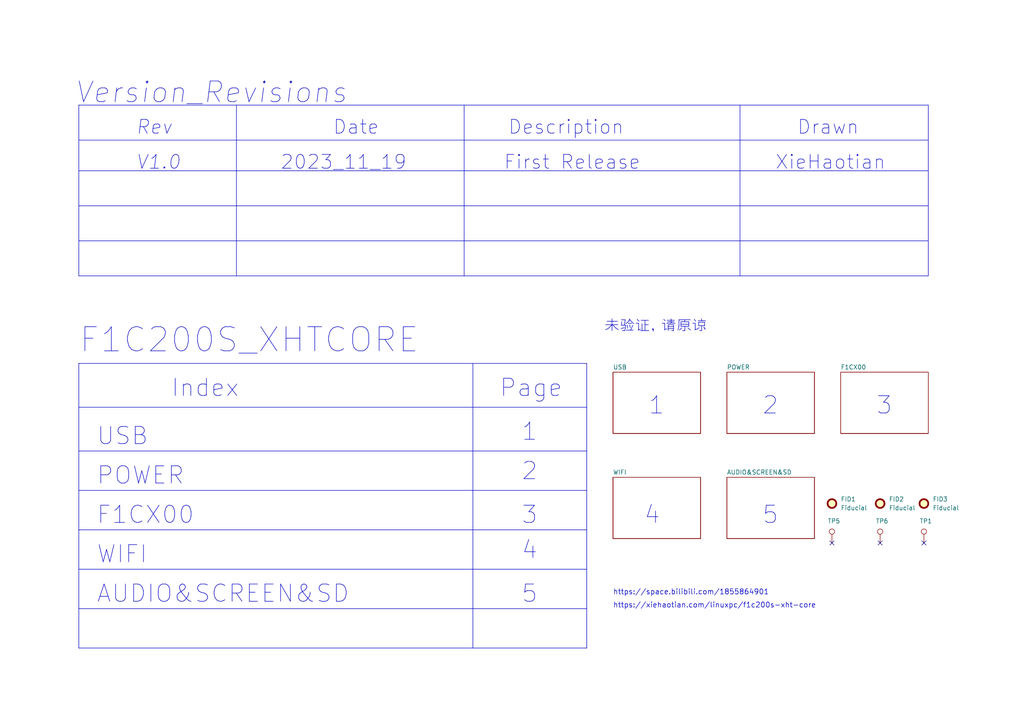
<source format=kicad_sch>
(kicad_sch (version 20211123) (generator eeschema)

  (uuid 7be2614a-fa47-4e47-abdf-b1c5416f15a0)

  (paper "A4")

  (title_block
    (title "F1C200S_XHT_CORE")
    (date "2023-11-19")
    (rev "1.0")
    (comment 4 "Author: Xie Haotian")
  )

  (lib_symbols
    (symbol "Connector:TestPoint" (pin_numbers hide) (pin_names (offset 0.762) hide) (in_bom yes) (on_board yes)
      (property "Reference" "TP" (id 0) (at 0 6.858 0)
        (effects (font (size 1.27 1.27)))
      )
      (property "Value" "TestPoint" (id 1) (at 0 5.08 0)
        (effects (font (size 1.27 1.27)))
      )
      (property "Footprint" "" (id 2) (at 5.08 0 0)
        (effects (font (size 1.27 1.27)) hide)
      )
      (property "Datasheet" "~" (id 3) (at 5.08 0 0)
        (effects (font (size 1.27 1.27)) hide)
      )
      (property "ki_keywords" "test point tp" (id 4) (at 0 0 0)
        (effects (font (size 1.27 1.27)) hide)
      )
      (property "ki_description" "test point" (id 5) (at 0 0 0)
        (effects (font (size 1.27 1.27)) hide)
      )
      (property "ki_fp_filters" "Pin* Test*" (id 6) (at 0 0 0)
        (effects (font (size 1.27 1.27)) hide)
      )
      (symbol "TestPoint_0_1"
        (circle (center 0 3.302) (radius 0.762)
          (stroke (width 0) (type default) (color 0 0 0 0))
          (fill (type none))
        )
      )
      (symbol "TestPoint_1_1"
        (pin passive line (at 0 0 90) (length 2.54)
          (name "1" (effects (font (size 1.27 1.27))))
          (number "1" (effects (font (size 1.27 1.27))))
        )
      )
    )
    (symbol "Mechanical:Fiducial" (in_bom yes) (on_board yes)
      (property "Reference" "FID" (id 0) (at 0 5.08 0)
        (effects (font (size 1.27 1.27)))
      )
      (property "Value" "Fiducial" (id 1) (at 0 3.175 0)
        (effects (font (size 1.27 1.27)))
      )
      (property "Footprint" "" (id 2) (at 0 0 0)
        (effects (font (size 1.27 1.27)) hide)
      )
      (property "Datasheet" "~" (id 3) (at 0 0 0)
        (effects (font (size 1.27 1.27)) hide)
      )
      (property "ki_keywords" "fiducial marker" (id 4) (at 0 0 0)
        (effects (font (size 1.27 1.27)) hide)
      )
      (property "ki_description" "Fiducial Marker" (id 5) (at 0 0 0)
        (effects (font (size 1.27 1.27)) hide)
      )
      (property "ki_fp_filters" "Fiducial*" (id 6) (at 0 0 0)
        (effects (font (size 1.27 1.27)) hide)
      )
      (symbol "Fiducial_0_1"
        (circle (center 0 0) (radius 1.27)
          (stroke (width 0.508) (type default) (color 0 0 0 0))
          (fill (type background))
        )
      )
    )
  )


  (no_connect (at 267.97 157.48) (uuid 3dd529e2-5b5f-4a88-bd6c-d4ea872353f2))
  (no_connect (at 241.3 157.48) (uuid 4b81668d-ede5-4b5b-a00d-6811d8adabf2))
  (no_connect (at 255.27 157.48) (uuid 560666fd-0622-467b-9708-de426218658f))

  (polyline (pts (xy 170.18 153.67) (xy 22.86 153.67))
    (stroke (width 0) (type solid) (color 0 0 0 0))
    (uuid 01f3615d-ab08-4f6c-9e6a-f533484dc395)
  )
  (polyline (pts (xy 269.24 80.01) (xy 22.86 80.01))
    (stroke (width 0) (type solid) (color 0 0 0 0))
    (uuid 20e7919c-d2b9-42a4-aff0-9f2afc042067)
  )
  (polyline (pts (xy 22.86 105.41) (xy 170.18 105.41))
    (stroke (width 0) (type solid) (color 0 0 0 0))
    (uuid 3428e2b9-65b0-47c5-9cf0-0c09712c6b91)
  )
  (polyline (pts (xy 269.24 30.48) (xy 269.24 80.01))
    (stroke (width 0) (type solid) (color 0 0 0 0))
    (uuid 3a3c937c-7835-4ab1-8ef5-032d1ef754f9)
  )
  (polyline (pts (xy 170.18 105.41) (xy 170.18 153.67))
    (stroke (width 0) (type solid) (color 0 0 0 0))
    (uuid 49ac9a69-b689-40c1-a298-a9da65dfb5b2)
  )
  (polyline (pts (xy 68.58 30.48) (xy 68.58 80.01))
    (stroke (width 0) (type solid) (color 0 0 0 0))
    (uuid 4f0c8bc2-094a-410a-92c7-8746fe4d2df0)
  )
  (polyline (pts (xy 22.86 30.48) (xy 128.27 30.48))
    (stroke (width 0) (type solid) (color 0 0 0 0))
    (uuid 5163c6c6-d984-47cd-a7a4-495e18876041)
  )
  (polyline (pts (xy 170.18 130.81) (xy 22.86 130.81))
    (stroke (width 0) (type solid) (color 0 0 0 0))
    (uuid 57828b35-a28f-45fd-8d77-c30b802f77c1)
  )
  (polyline (pts (xy 22.86 153.67) (xy 22.86 187.96))
    (stroke (width 0) (type solid) (color 0 0 0 0))
    (uuid 6977c258-4ced-4b35-9a10-290a2d779ea9)
  )
  (polyline (pts (xy 22.86 30.48) (xy 22.86 80.01))
    (stroke (width 0) (type solid) (color 0 0 0 0))
    (uuid 7323090e-0d12-491f-b1e4-d4f30ba1ef9c)
  )
  (polyline (pts (xy 22.86 176.53) (xy 170.18 176.53))
    (stroke (width 0) (type solid) (color 0 0 0 0))
    (uuid 74b9d61d-69fb-49d0-a033-37c398506510)
  )
  (polyline (pts (xy 214.63 30.48) (xy 214.63 80.01))
    (stroke (width 0) (type solid) (color 0 0 0 0))
    (uuid 772d7f78-e042-4f1f-ada8-eaa908aedb51)
  )
  (polyline (pts (xy 22.86 153.67) (xy 22.86 105.41))
    (stroke (width 0) (type solid) (color 0 0 0 0))
    (uuid 77751576-b41d-4b95-8dc1-7b1deafca673)
  )
  (polyline (pts (xy 269.24 69.85) (xy 22.86 69.85))
    (stroke (width 0) (type solid) (color 0 0 0 0))
    (uuid 8e101b99-0523-4320-b6d5-bc023958ee18)
  )
  (polyline (pts (xy 128.27 30.48) (xy 269.24 30.48))
    (stroke (width 0) (type solid) (color 0 0 0 0))
    (uuid 908c6c87-e602-4c68-a759-6426f3c5c4ae)
  )
  (polyline (pts (xy 22.86 165.1) (xy 170.18 165.1))
    (stroke (width 0) (type solid) (color 0 0 0 0))
    (uuid 9962e684-d416-4947-97a7-135843ab5158)
  )
  (polyline (pts (xy 22.86 142.24) (xy 170.18 142.24))
    (stroke (width 0) (type solid) (color 0 0 0 0))
    (uuid a7257e2f-42ba-480d-bf48-2e5a3b0a4394)
  )
  (polyline (pts (xy 170.18 187.96) (xy 22.86 187.96))
    (stroke (width 0) (type solid) (color 0 0 0 0))
    (uuid aace4052-ed5f-41a9-832b-72c19cee4c0b)
  )
  (polyline (pts (xy 134.62 30.48) (xy 134.62 80.01))
    (stroke (width 0) (type solid) (color 0 0 0 0))
    (uuid c67da366-70f3-4b77-9989-8cfe96bed6f3)
  )
  (polyline (pts (xy 22.86 118.11) (xy 170.18 118.11))
    (stroke (width 0) (type solid) (color 0 0 0 0))
    (uuid cd746dd2-856f-44e3-b989-6dfeeedb8e49)
  )
  (polyline (pts (xy 269.24 59.69) (xy 22.86 59.69))
    (stroke (width 0) (type solid) (color 0 0 0 0))
    (uuid cfd29131-824c-4b7e-8580-343e2ce6561e)
  )
  (polyline (pts (xy 170.18 153.67) (xy 170.18 187.96))
    (stroke (width 0) (type solid) (color 0 0 0 0))
    (uuid d2732632-4e03-44da-8d36-3d0d16b91878)
  )
  (polyline (pts (xy 22.86 40.64) (xy 269.24 40.64))
    (stroke (width 0) (type solid) (color 0 0 0 0))
    (uuid dda50cbd-45f7-496f-932a-fb8614145652)
  )
  (polyline (pts (xy 137.16 105.41) (xy 137.16 187.96))
    (stroke (width 0) (type solid) (color 0 0 0 0))
    (uuid e4cacad0-a056-4ed2-8f67-b3aec4c2f45f)
  )
  (polyline (pts (xy 269.24 49.53) (xy 22.86 49.53))
    (stroke (width 0) (type solid) (color 0 0 0 0))
    (uuid f580e31e-0a20-4054-91bc-7d7d2ebbf279)
  )

  (text "XieHaotian" (at 224.79 49.53 0)
    (effects (font (size 4 4)) (justify left bottom))
    (uuid 004e7ac9-7437-4608-abc2-4fcd55ac61e1)
  )
  (text "F1C200S_XHTCORE" (at 22.86 102.87 0)
    (effects (font (size 7 7)) (justify left bottom))
    (uuid 00dc1df1-0390-485e-9394-30960e2889e3)
  )
  (text "USB" (at 27.94 129.54 0)
    (effects (font (size 5 5)) (justify left bottom))
    (uuid 07e85ea9-73ca-4454-b1f1-4797e8314d28)
  )
  (text "3" (at 254 120.65 0)
    (effects (font (size 5 5)) (justify left bottom))
    (uuid 17ba6cb7-2168-4439-914c-4ab6c365bfc7)
  )
  (text "2" (at 220.98 120.65 0)
    (effects (font (size 5 5)) (justify left bottom))
    (uuid 17bb937e-baa4-47e1-a35d-f46bd9248d28)
  )
  (text "F1CX00" (at 27.94 152.4 0)
    (effects (font (size 5 5)) (justify left bottom))
    (uuid 1b0ea7d8-3bae-4ba6-8991-79df7c00deac)
  )
  (text "https://space.bilibili.com/1855864901" (at 177.8 172.72 0)
    (effects (font (size 1.5 1.5)) (justify left bottom))
    (uuid 27788579-a422-48aa-87da-f9b266115010)
  )
  (text "4" (at 151.13 162.56 0)
    (effects (font (size 5 5)) (justify left bottom))
    (uuid 3472053c-674c-47e6-9d18-211a70f7f4e9)
  )
  (text "Description" (at 147.32 39.37 0)
    (effects (font (size 4 4)) (justify left bottom))
    (uuid 3f0244c5-69c2-43f5-b8b8-b4a0c07eb340)
  )
  (text "POWER" (at 27.94 140.97 0)
    (effects (font (size 5 5)) (justify left bottom))
    (uuid 40ee7046-89ba-4dd7-8bc8-9fed21c53b39)
  )
  (text "AUDIO&SCREEN&SD" (at 27.94 175.26 0)
    (effects (font (size 5 5)) (justify left bottom))
    (uuid 447e35e2-6b00-4c47-ad06-b0ee98f1d2e9)
  )
  (text "V1.0" (at 39.37 49.53 0)
    (effects (font (size 4 4) italic) (justify left bottom))
    (uuid 45e9be59-d545-42fa-a0ad-d6b5d2d2050d)
  )
  (text "3" (at 151.13 152.4 0)
    (effects (font (size 5 5)) (justify left bottom))
    (uuid 50ad1fa4-effe-4a02-a48f-b2bc804f692b)
  )
  (text "1" (at 151.13 128.27 0)
    (effects (font (size 5 5)) (justify left bottom))
    (uuid 5499f44c-3297-4c84-a8ed-d87745baf8fa)
  )
  (text "Page" (at 144.78 115.57 0)
    (effects (font (size 5 5)) (justify left bottom))
    (uuid 60704429-58a8-480b-8c8d-0503e660a0a3)
  )
  (text "Drawn" (at 231.14 39.37 0)
    (effects (font (size 4 4)) (justify left bottom))
    (uuid 6aff1ce8-e42b-4895-ac7c-4779e839d665)
  )
  (text "2023_11_19" (at 81.28 49.53 0)
    (effects (font (size 4 4)) (justify left bottom))
    (uuid 85d228e1-ea33-4ad0-a083-467d4a817ab4)
  )
  (text "Version_Revisions" (at 21.59 30.48 0)
    (effects (font (size 6 6) italic) (justify left bottom))
    (uuid 87578ac8-6479-4213-a7a7-7ce01c338d36)
  )
  (text "5" (at 151.13 175.26 0)
    (effects (font (size 5 5)) (justify left bottom))
    (uuid 906afc3c-7856-4618-8035-8954af82829b)
  )
  (text "Rev" (at 39.37 39.37 0)
    (effects (font (size 4 4) italic) (justify left bottom))
    (uuid 9111ccfa-de0a-4de9-b1b2-462fac900512)
  )
  (text "Index" (at 49.53 115.57 0)
    (effects (font (size 5 5)) (justify left bottom))
    (uuid 9675a33c-325b-4390-956e-a62ae115e7e1)
  )
  (text "5" (at 220.98 152.4 0)
    (effects (font (size 5 5)) (justify left bottom))
    (uuid a1c6917e-ea10-4d6f-a555-a0373ca849fb)
  )
  (text "WIFI" (at 27.94 163.83 0)
    (effects (font (size 5 5)) (justify left bottom))
    (uuid a58bd126-c221-4926-88ef-c56bd18d18c4)
  )
  (text "https://xiehaotian.com/linuxpc/f1c200s-xht-core" (at 177.8 176.53 0)
    (effects (font (size 1.5 1.5)) (justify left bottom))
    (uuid c518c4ce-8b0b-4245-9277-3ff6ef6e6cab)
  )
  (text "First Release" (at 146.05 49.53 0)
    (effects (font (size 4 4)) (justify left bottom))
    (uuid c7198e14-94f3-41c2-8b21-73390833ed17)
  )
  (text "未验证，请原谅" (at 175.26 96.52 0)
    (effects (font (size 3 3)) (justify left bottom))
    (uuid c7bbf6bf-97c5-4091-9fe9-e2917ab5518b)
  )
  (text "4" (at 186.69 152.4 0)
    (effects (font (size 5 5)) (justify left bottom))
    (uuid d1c067bb-ba3c-4465-b283-872b38bc0308)
  )
  (text "2" (at 151.13 139.7 0)
    (effects (font (size 5 5)) (justify left bottom))
    (uuid d749f8a5-aec0-4e9c-9be4-34af6624fe15)
  )
  (text "Date" (at 96.52 39.37 0)
    (effects (font (size 4 4)) (justify left bottom))
    (uuid ea021a68-3cd3-408c-8f99-3eda6bf07795)
  )
  (text "1" (at 187.96 120.65 0)
    (effects (font (size 5 5)) (justify left bottom))
    (uuid f680f2ac-366c-4f79-afc3-af53c8f79fab)
  )

  (symbol (lib_id "Connector:TestPoint") (at 267.97 157.48 0) (unit 1)
    (in_bom yes) (on_board yes)
    (uuid 0362298e-093b-4fe1-ae00-b8ab06e29126)
    (property "Reference" "TP1" (id 0) (at 266.7 151.13 0)
      (effects (font (size 1.27 1.27)) (justify left))
    )
    (property "Value" "TestPoint" (id 1) (at 270.51 155.4479 0)
      (effects (font (size 1.27 1.27)) (justify left) hide)
    )
    (property "Footprint" "TestPoint:TestPoint_Pad_D3.0mm" (id 2) (at 273.05 157.48 0)
      (effects (font (size 1.27 1.27)) hide)
    )
    (property "Datasheet" "~" (id 3) (at 273.05 157.48 0)
      (effects (font (size 1.27 1.27)) hide)
    )
    (pin "1" (uuid 1e6ab560-c69f-423b-b7c1-7a83cc12cab7))
  )

  (symbol (lib_id "Connector:TestPoint") (at 255.27 157.48 0) (unit 1)
    (in_bom yes) (on_board yes)
    (uuid 060c61b4-7254-455f-b20a-3b52fe2e3ea7)
    (property "Reference" "TP6" (id 0) (at 254 151.13 0)
      (effects (font (size 1.27 1.27)) (justify left))
    )
    (property "Value" "TestPoint" (id 1) (at 257.81 155.4479 0)
      (effects (font (size 1.27 1.27)) (justify left) hide)
    )
    (property "Footprint" "TestPoint:TestPoint_Pad_D3.0mm" (id 2) (at 260.35 157.48 0)
      (effects (font (size 1.27 1.27)) hide)
    )
    (property "Datasheet" "~" (id 3) (at 260.35 157.48 0)
      (effects (font (size 1.27 1.27)) hide)
    )
    (pin "1" (uuid d79769b7-96e8-43b9-b55b-c01585ffbbe7))
  )

  (symbol (lib_id "Connector:TestPoint") (at 241.3 157.48 0) (unit 1)
    (in_bom yes) (on_board yes)
    (uuid 07fb01bb-31fa-4107-a922-4b7f3baee478)
    (property "Reference" "TP5" (id 0) (at 240.03 151.13 0)
      (effects (font (size 1.27 1.27)) (justify left))
    )
    (property "Value" "TestPoint" (id 1) (at 243.84 155.4479 0)
      (effects (font (size 1.27 1.27)) (justify left) hide)
    )
    (property "Footprint" "TestPoint:TestPoint_Pad_D3.0mm" (id 2) (at 246.38 157.48 0)
      (effects (font (size 1.27 1.27)) hide)
    )
    (property "Datasheet" "~" (id 3) (at 246.38 157.48 0)
      (effects (font (size 1.27 1.27)) hide)
    )
    (pin "1" (uuid 1696deab-eea1-4489-b37e-0447cfe99884))
  )

  (symbol (lib_id "Mechanical:Fiducial") (at 255.27 146.05 0) (unit 1)
    (in_bom yes) (on_board yes)
    (uuid 5cc19458-3778-4267-acbc-f881f2217007)
    (property "Reference" "FID2" (id 0) (at 257.81 144.7799 0)
      (effects (font (size 1.27 1.27)) (justify left))
    )
    (property "Value" "Fiducial" (id 1) (at 257.81 147.3199 0)
      (effects (font (size 1.27 1.27)) (justify left))
    )
    (property "Footprint" "Fiducial:Fiducial_1mm_Mask2mm" (id 2) (at 255.27 146.05 0)
      (effects (font (size 1.27 1.27)) hide)
    )
    (property "Datasheet" "~" (id 3) (at 255.27 146.05 0)
      (effects (font (size 1.27 1.27)) hide)
    )
  )

  (symbol (lib_id "Mechanical:Fiducial") (at 241.3 146.05 0) (unit 1)
    (in_bom yes) (on_board yes)
    (uuid b7062ffa-eb12-47bb-8cbc-d706cb5cc6b5)
    (property "Reference" "FID1" (id 0) (at 243.84 144.7799 0)
      (effects (font (size 1.27 1.27)) (justify left))
    )
    (property "Value" "Fiducial" (id 1) (at 243.84 147.3199 0)
      (effects (font (size 1.27 1.27)) (justify left))
    )
    (property "Footprint" "Fiducial:Fiducial_1mm_Mask2mm" (id 2) (at 241.3 146.05 0)
      (effects (font (size 1.27 1.27)) hide)
    )
    (property "Datasheet" "~" (id 3) (at 241.3 146.05 0)
      (effects (font (size 1.27 1.27)) hide)
    )
  )

  (symbol (lib_id "Mechanical:Fiducial") (at 267.97 146.05 0) (unit 1)
    (in_bom yes) (on_board yes)
    (uuid becbf32c-0ea0-43b5-bd07-783fcfce36cd)
    (property "Reference" "FID3" (id 0) (at 270.51 144.7799 0)
      (effects (font (size 1.27 1.27)) (justify left))
    )
    (property "Value" "Fiducial" (id 1) (at 270.51 147.3199 0)
      (effects (font (size 1.27 1.27)) (justify left))
    )
    (property "Footprint" "Fiducial:Fiducial_1mm_Mask2mm" (id 2) (at 267.97 146.05 0)
      (effects (font (size 1.27 1.27)) hide)
    )
    (property "Datasheet" "~" (id 3) (at 267.97 146.05 0)
      (effects (font (size 1.27 1.27)) hide)
    )
  )

  (sheet (at 177.8 107.95) (size 25.4 17.78) (fields_autoplaced)
    (stroke (width 0.1524) (type solid) (color 0 0 0 0))
    (fill (color 0 0 0 0.0000))
    (uuid 33350efc-8721-49df-83b4-c77d6800328a)
    (property "Sheet name" "USB" (id 0) (at 177.8 107.2384 0)
      (effects (font (size 1.27 1.27)) (justify left bottom))
    )
    (property "Sheet file" "USB.kicad_sch" (id 1) (at 177.8 126.3146 0)
      (effects (font (size 1.27 1.27)) (justify left top) hide)
    )
  )

  (sheet (at 210.82 107.95) (size 25.4 17.78) (fields_autoplaced)
    (stroke (width 0.1524) (type solid) (color 0 0 0 0))
    (fill (color 0 0 0 0.0000))
    (uuid 4274fe38-a1a1-416d-bc5f-e53f2e6b91a6)
    (property "Sheet name" "POWER" (id 0) (at 210.82 107.2384 0)
      (effects (font (size 1.27 1.27)) (justify left bottom))
    )
    (property "Sheet file" "POWER.kicad_sch" (id 1) (at 210.82 126.3146 0)
      (effects (font (size 1.27 1.27)) (justify left top) hide)
    )
  )

  (sheet (at 210.82 138.43) (size 25.4 17.78) (fields_autoplaced)
    (stroke (width 0.1524) (type solid) (color 0 0 0 0))
    (fill (color 0 0 0 0.0000))
    (uuid ad4ca162-1cc4-4f9f-88c9-6f6e2897fc3b)
    (property "Sheet name" "AUDIO&SCREEN&SD" (id 0) (at 210.82 137.7184 0)
      (effects (font (size 1.27 1.27)) (justify left bottom))
    )
    (property "Sheet file" "AUDIO&SCREEN&SD.kicad_sch" (id 1) (at 210.82 156.7946 0)
      (effects (font (size 1.27 1.27)) (justify left top) hide)
    )
  )

  (sheet (at 177.8 138.43) (size 25.4 17.78) (fields_autoplaced)
    (stroke (width 0.1524) (type solid) (color 0 0 0 0))
    (fill (color 0 0 0 0.0000))
    (uuid df1418c1-1309-4660-a57d-2d8d3b37ae61)
    (property "Sheet name" "WIFI" (id 0) (at 177.8 137.7184 0)
      (effects (font (size 1.27 1.27)) (justify left bottom))
    )
    (property "Sheet file" "WIFI.kicad_sch" (id 1) (at 177.8 156.7946 0)
      (effects (font (size 1.27 1.27)) (justify left top) hide)
    )
  )

  (sheet (at 243.84 107.95) (size 25.4 17.78) (fields_autoplaced)
    (stroke (width 0.1524) (type solid) (color 0 0 0 0))
    (fill (color 0 0 0 0.0000))
    (uuid f7d54715-735a-45a6-ada5-1c509f0eccc3)
    (property "Sheet name" "F1CX00" (id 0) (at 243.84 107.2384 0)
      (effects (font (size 1.27 1.27)) (justify left bottom))
    )
    (property "Sheet file" "F1CX00.kicad_sch" (id 1) (at 243.84 126.3146 0)
      (effects (font (size 1.27 1.27)) (justify left top) hide)
    )
  )

  (sheet_instances
    (path "/" (page "1"))
    (path "/f7d54715-735a-45a6-ada5-1c509f0eccc3" (page "2"))
    (path "/33350efc-8721-49df-83b4-c77d6800328a" (page "3"))
    (path "/4274fe38-a1a1-416d-bc5f-e53f2e6b91a6" (page "4"))
    (path "/df1418c1-1309-4660-a57d-2d8d3b37ae61" (page "5"))
    (path "/ad4ca162-1cc4-4f9f-88c9-6f6e2897fc3b" (page "6"))
  )

  (symbol_instances
    (path "/df1418c1-1309-4660-a57d-2d8d3b37ae61/245a4a44-a002-413b-a759-0ca8552017a7"
      (reference "#PWR0101") (unit 1) (value "+3V3") (footprint "")
    )
    (path "/df1418c1-1309-4660-a57d-2d8d3b37ae61/9986c4a0-1e59-42e9-bf37-28e5855162b1"
      (reference "#PWR0102") (unit 1) (value "GND") (footprint "")
    )
    (path "/df1418c1-1309-4660-a57d-2d8d3b37ae61/ea2fe444-6e5c-4c30-8b0c-8474a058522f"
      (reference "#PWR0103") (unit 1) (value "+3V3") (footprint "")
    )
    (path "/df1418c1-1309-4660-a57d-2d8d3b37ae61/35662440-5215-466b-8bcd-7950f8659c6d"
      (reference "#PWR0104") (unit 1) (value "+3V3") (footprint "")
    )
    (path "/df1418c1-1309-4660-a57d-2d8d3b37ae61/c1fd4496-f94e-4982-b40c-a0331a41d9e1"
      (reference "#PWR0105") (unit 1) (value "GND") (footprint "")
    )
    (path "/df1418c1-1309-4660-a57d-2d8d3b37ae61/655e7220-3752-49d2-9117-40a80e462cf4"
      (reference "#PWR0106") (unit 1) (value "GND") (footprint "")
    )
    (path "/df1418c1-1309-4660-a57d-2d8d3b37ae61/53fe1ddc-394d-4a8a-92a4-2bc95ceaca37"
      (reference "#PWR0107") (unit 1) (value "GND") (footprint "")
    )
    (path "/df1418c1-1309-4660-a57d-2d8d3b37ae61/00138303-7b89-4747-a3a9-51792e807b1f"
      (reference "#PWR0108") (unit 1) (value "+3V3") (footprint "")
    )
    (path "/df1418c1-1309-4660-a57d-2d8d3b37ae61/1bc821e8-5f5a-4ff3-8b91-34e87469f1a8"
      (reference "#PWR0109") (unit 1) (value "GND") (footprint "")
    )
    (path "/df1418c1-1309-4660-a57d-2d8d3b37ae61/d51d92c1-40d0-4ac3-ae5f-e90e12ebfe50"
      (reference "#PWR0110") (unit 1) (value "+3V3") (footprint "")
    )
    (path "/df1418c1-1309-4660-a57d-2d8d3b37ae61/7d18ab79-22ca-4f66-9e71-fcb62fd7ed3c"
      (reference "#PWR0111") (unit 1) (value "+3V3") (footprint "")
    )
    (path "/df1418c1-1309-4660-a57d-2d8d3b37ae61/1d24c486-4cc7-4661-b0db-0a76e166499d"
      (reference "#PWR0112") (unit 1) (value "GND") (footprint "")
    )
    (path "/df1418c1-1309-4660-a57d-2d8d3b37ae61/424788b5-8772-4d3c-82aa-dd0359b10c1e"
      (reference "#PWR0113") (unit 1) (value "GND") (footprint "")
    )
    (path "/df1418c1-1309-4660-a57d-2d8d3b37ae61/c925886b-ec7b-44f1-93aa-171dd19e4610"
      (reference "#PWR0114") (unit 1) (value "GND") (footprint "")
    )
    (path "/df1418c1-1309-4660-a57d-2d8d3b37ae61/c3d72f48-bf2f-4e49-8fa8-ed685552e8d2"
      (reference "#PWR0115") (unit 1) (value "+3V3") (footprint "")
    )
    (path "/df1418c1-1309-4660-a57d-2d8d3b37ae61/3010c06d-e3f2-4c2f-8894-e85e547cb55d"
      (reference "#PWR0116") (unit 1) (value "GND") (footprint "")
    )
    (path "/df1418c1-1309-4660-a57d-2d8d3b37ae61/47151b87-bca6-470f-a661-c072cbb34ae1"
      (reference "#PWR0117") (unit 1) (value "GND") (footprint "")
    )
    (path "/df1418c1-1309-4660-a57d-2d8d3b37ae61/ab6f0270-b539-4fc9-ad37-a54df3868331"
      (reference "#PWR0118") (unit 1) (value "+3V3") (footprint "")
    )
    (path "/df1418c1-1309-4660-a57d-2d8d3b37ae61/4abf6ebb-a9b3-4d9b-ab0c-669d287c95ef"
      (reference "#PWR0119") (unit 1) (value "+3V3") (footprint "")
    )
    (path "/df1418c1-1309-4660-a57d-2d8d3b37ae61/caabeb60-86ad-4fa3-b484-d69924f8ac20"
      (reference "#PWR0120") (unit 1) (value "+3V3") (footprint "")
    )
    (path "/df1418c1-1309-4660-a57d-2d8d3b37ae61/4b4a15fe-bdb7-457e-bf33-398cdfe13648"
      (reference "#PWR0121") (unit 1) (value "GND") (footprint "")
    )
    (path "/df1418c1-1309-4660-a57d-2d8d3b37ae61/9ee083cc-1050-4919-9efd-f9ca5e09166d"
      (reference "#PWR0122") (unit 1) (value "GND") (footprint "")
    )
    (path "/df1418c1-1309-4660-a57d-2d8d3b37ae61/53458e0b-d1fb-4ada-a38a-cecb39108b89"
      (reference "#PWR0123") (unit 1) (value "GND") (footprint "")
    )
    (path "/df1418c1-1309-4660-a57d-2d8d3b37ae61/b33b7e5c-44c9-4738-a291-47f2c474c9be"
      (reference "#PWR0124") (unit 1) (value "GND") (footprint "")
    )
    (path "/ad4ca162-1cc4-4f9f-88c9-6f6e2897fc3b/c433b594-1be6-41c7-87a5-a75afcf42786"
      (reference "#PWR0125") (unit 1) (value "GND") (footprint "")
    )
    (path "/ad4ca162-1cc4-4f9f-88c9-6f6e2897fc3b/ecb96dc3-2e07-4cd4-90e5-ee44213c56cb"
      (reference "#PWR0126") (unit 1) (value "GND") (footprint "")
    )
    (path "/ad4ca162-1cc4-4f9f-88c9-6f6e2897fc3b/42caf1e9-cd4a-4aaf-8f34-8c9b564c9771"
      (reference "#PWR0127") (unit 1) (value "+3V3") (footprint "")
    )
    (path "/f7d54715-735a-45a6-ada5-1c509f0eccc3/00b186fd-6da3-4e94-bd4c-b3b121e77537"
      (reference "#PWR0128") (unit 1) (value "+3V3") (footprint "")
    )
    (path "/4274fe38-a1a1-416d-bc5f-e53f2e6b91a6/51b9ef30-37e5-4e73-b2ff-0248c830c4ba"
      (reference "#PWR0129") (unit 1) (value "+2V5") (footprint "")
    )
    (path "/f7d54715-735a-45a6-ada5-1c509f0eccc3/5eb88a04-6f06-44d0-bf6a-1e9d66b7c384"
      (reference "#PWR0130") (unit 1) (value "GND") (footprint "")
    )
    (path "/f7d54715-735a-45a6-ada5-1c509f0eccc3/a09e7bab-baaf-4e67-a793-d52a92c6c20c"
      (reference "#PWR0131") (unit 1) (value "+1V1") (footprint "")
    )
    (path "/f7d54715-735a-45a6-ada5-1c509f0eccc3/da1d5b1e-b966-4595-88ff-5afa85dfca05"
      (reference "#PWR0132") (unit 1) (value "+3V3") (footprint "")
    )
    (path "/f7d54715-735a-45a6-ada5-1c509f0eccc3/683b95c2-d375-4069-a177-2ff6e85a3465"
      (reference "#PWR0133") (unit 1) (value "+3V3") (footprint "")
    )
    (path "/f7d54715-735a-45a6-ada5-1c509f0eccc3/6490e781-f3b8-4154-83ed-6c9266676703"
      (reference "#PWR0134") (unit 1) (value "GND") (footprint "")
    )
    (path "/f7d54715-735a-45a6-ada5-1c509f0eccc3/997cf412-e737-4e8d-9ca9-621b79b75f4d"
      (reference "#PWR0135") (unit 1) (value "+3V3") (footprint "")
    )
    (path "/f7d54715-735a-45a6-ada5-1c509f0eccc3/93863215-2623-4e4d-8038-f47f2820add2"
      (reference "#PWR0136") (unit 1) (value "+2V8") (footprint "")
    )
    (path "/f7d54715-735a-45a6-ada5-1c509f0eccc3/515cbbde-6c4b-41a6-a070-4d628165e12a"
      (reference "#PWR0137") (unit 1) (value "GND") (footprint "")
    )
    (path "/f7d54715-735a-45a6-ada5-1c509f0eccc3/07c12cca-c1c7-40e5-a4ef-fd445de65b3d"
      (reference "#PWR0138") (unit 1) (value "GND") (footprint "")
    )
    (path "/4274fe38-a1a1-416d-bc5f-e53f2e6b91a6/48365dc2-11c3-4e72-a738-90de4ea2262c"
      (reference "#PWR0139") (unit 1) (value "+2V8") (footprint "")
    )
    (path "/ad4ca162-1cc4-4f9f-88c9-6f6e2897fc3b/2c161af5-2809-40a7-898d-02371918ec80"
      (reference "#PWR0140") (unit 1) (value "GND") (footprint "")
    )
    (path "/ad4ca162-1cc4-4f9f-88c9-6f6e2897fc3b/9a928aa9-aa3d-4e58-b8ac-af274a48929c"
      (reference "#PWR0141") (unit 1) (value "GND") (footprint "")
    )
    (path "/ad4ca162-1cc4-4f9f-88c9-6f6e2897fc3b/534b9b19-a8a1-4d0e-8c2a-39657d6eeb98"
      (reference "#PWR0142") (unit 1) (value "GND") (footprint "")
    )
    (path "/ad4ca162-1cc4-4f9f-88c9-6f6e2897fc3b/4af4afc8-d62f-4c91-a5ba-14a8e72c4ba7"
      (reference "#PWR0143") (unit 1) (value "GND") (footprint "")
    )
    (path "/f7d54715-735a-45a6-ada5-1c509f0eccc3/9a2626c9-3ae1-475b-a93a-571199a7e50b"
      (reference "#PWR0144") (unit 1) (value "GND") (footprint "")
    )
    (path "/f7d54715-735a-45a6-ada5-1c509f0eccc3/c4c4ccb4-d3b3-4992-953a-58d035c534b2"
      (reference "#PWR0145") (unit 1) (value "+1V1") (footprint "")
    )
    (path "/f7d54715-735a-45a6-ada5-1c509f0eccc3/adc523c0-7b15-45ef-bba0-15233ea3e4be"
      (reference "#PWR0146") (unit 1) (value "GND") (footprint "")
    )
    (path "/f7d54715-735a-45a6-ada5-1c509f0eccc3/2cb568f9-cc1e-4483-96b8-76630602321c"
      (reference "#PWR0147") (unit 1) (value "+2V5") (footprint "")
    )
    (path "/f7d54715-735a-45a6-ada5-1c509f0eccc3/d3725592-e286-49f3-b7ce-4d05b688a19c"
      (reference "#PWR0148") (unit 1) (value "+3V3") (footprint "")
    )
    (path "/f7d54715-735a-45a6-ada5-1c509f0eccc3/bb73453c-7a6f-49f8-a61d-6de4c9863c17"
      (reference "#PWR0149") (unit 1) (value "+3V3") (footprint "")
    )
    (path "/f7d54715-735a-45a6-ada5-1c509f0eccc3/e61c6085-e27b-4a62-ad2a-7ba01cd36ab7"
      (reference "#PWR0150") (unit 1) (value "GND") (footprint "")
    )
    (path "/f7d54715-735a-45a6-ada5-1c509f0eccc3/790ad1b5-7e8a-410e-9f4f-cb55f8ff2b5e"
      (reference "#PWR0151") (unit 1) (value "GND") (footprint "")
    )
    (path "/33350efc-8721-49df-83b4-c77d6800328a/26790ff1-8424-4b32-8ea4-35c674a85bac"
      (reference "#PWR0152") (unit 1) (value "VBUS") (footprint "")
    )
    (path "/33350efc-8721-49df-83b4-c77d6800328a/dac9a220-e5ea-44c1-b6b5-87572f4f537f"
      (reference "#PWR0153") (unit 1) (value "VBUS") (footprint "")
    )
    (path "/4274fe38-a1a1-416d-bc5f-e53f2e6b91a6/6d3cff7f-b6d1-4a1f-89bd-88b46d0b5e0c"
      (reference "#PWR0154") (unit 1) (value "GND") (footprint "")
    )
    (path "/4274fe38-a1a1-416d-bc5f-e53f2e6b91a6/ebff912b-c2b8-4934-a014-682f47017270"
      (reference "#PWR0155") (unit 1) (value "GND") (footprint "")
    )
    (path "/4274fe38-a1a1-416d-bc5f-e53f2e6b91a6/caae82d1-3fca-4c6c-8b79-da3ffb4455f3"
      (reference "#PWR0156") (unit 1) (value "GND") (footprint "")
    )
    (path "/4274fe38-a1a1-416d-bc5f-e53f2e6b91a6/a50ef3e4-3785-40b3-a0f7-7feca0d5e88b"
      (reference "#PWR0157") (unit 1) (value "GND") (footprint "")
    )
    (path "/4274fe38-a1a1-416d-bc5f-e53f2e6b91a6/eca02818-9b93-4c76-af4f-a6a4cb6a54d6"
      (reference "#PWR0158") (unit 1) (value "GND") (footprint "")
    )
    (path "/4274fe38-a1a1-416d-bc5f-e53f2e6b91a6/2b2a1ebc-947f-4d93-94e9-ebb488bc26fc"
      (reference "#PWR0159") (unit 1) (value "GND") (footprint "")
    )
    (path "/33350efc-8721-49df-83b4-c77d6800328a/1d951b07-0406-41b6-bd3d-084cb11f178a"
      (reference "#PWR0160") (unit 1) (value "GND") (footprint "")
    )
    (path "/33350efc-8721-49df-83b4-c77d6800328a/bba46443-0e73-40cc-a56d-2e06fecfd9b9"
      (reference "#PWR0161") (unit 1) (value "GND") (footprint "")
    )
    (path "/4274fe38-a1a1-416d-bc5f-e53f2e6b91a6/214fd5b4-8993-42f0-bfaf-a42047115e5d"
      (reference "#PWR0162") (unit 1) (value "GND") (footprint "")
    )
    (path "/4274fe38-a1a1-416d-bc5f-e53f2e6b91a6/ad36af85-580b-4228-8853-e567c7b8a08d"
      (reference "#PWR0163") (unit 1) (value "GND") (footprint "")
    )
    (path "/33350efc-8721-49df-83b4-c77d6800328a/109f94b2-6e29-4081-bfc4-7da65cb19490"
      (reference "#PWR0164") (unit 1) (value "GND") (footprint "")
    )
    (path "/33350efc-8721-49df-83b4-c77d6800328a/b6f5b024-f452-47ae-b843-2889c30ed1cb"
      (reference "#PWR0165") (unit 1) (value "VBUS") (footprint "")
    )
    (path "/4274fe38-a1a1-416d-bc5f-e53f2e6b91a6/7b22a81d-5ad2-400c-bf16-17383cac9a89"
      (reference "#PWR0166") (unit 1) (value "GND") (footprint "")
    )
    (path "/4274fe38-a1a1-416d-bc5f-e53f2e6b91a6/86e852eb-0e09-4f03-b540-ab6ed39e3446"
      (reference "#PWR0167") (unit 1) (value "GND") (footprint "")
    )
    (path "/4274fe38-a1a1-416d-bc5f-e53f2e6b91a6/ec6dc012-02af-42f7-b4c8-f2cdcc0f484e"
      (reference "#PWR0168") (unit 1) (value "GND") (footprint "")
    )
    (path "/4274fe38-a1a1-416d-bc5f-e53f2e6b91a6/8d9a7b44-ae94-4592-93de-499c0ab9f73f"
      (reference "#PWR0169") (unit 1) (value "GND") (footprint "")
    )
    (path "/4274fe38-a1a1-416d-bc5f-e53f2e6b91a6/da037391-3fb7-4b1e-a306-77c2f3752e33"
      (reference "#PWR0170") (unit 1) (value "VBUS") (footprint "")
    )
    (path "/4274fe38-a1a1-416d-bc5f-e53f2e6b91a6/ca228ddc-11f1-4876-917f-62eb8b65df45"
      (reference "#PWR0171") (unit 1) (value "+1V1") (footprint "")
    )
    (path "/4274fe38-a1a1-416d-bc5f-e53f2e6b91a6/b73314bb-3dbd-41d1-8592-bc6ec184d046"
      (reference "#PWR0172") (unit 1) (value "+2V5") (footprint "")
    )
    (path "/4274fe38-a1a1-416d-bc5f-e53f2e6b91a6/fa056768-4d0f-4fc6-ab2d-fbad486ab72d"
      (reference "#PWR0173") (unit 1) (value "GND") (footprint "")
    )
    (path "/4274fe38-a1a1-416d-bc5f-e53f2e6b91a6/a5094260-acf4-4883-9c88-162da4661866"
      (reference "#PWR0174") (unit 1) (value "GND") (footprint "")
    )
    (path "/33350efc-8721-49df-83b4-c77d6800328a/576bc707-af0b-4b57-9321-0db6b1e74a19"
      (reference "#PWR0175") (unit 1) (value "GND") (footprint "")
    )
    (path "/33350efc-8721-49df-83b4-c77d6800328a/372d5e15-4c63-404c-90a4-bbb5ca829972"
      (reference "#PWR0176") (unit 1) (value "GND") (footprint "")
    )
    (path "/33350efc-8721-49df-83b4-c77d6800328a/9a75c563-8bed-4661-9e33-36a27c6dcb2e"
      (reference "#PWR0177") (unit 1) (value "GND") (footprint "")
    )
    (path "/33350efc-8721-49df-83b4-c77d6800328a/ca0db6ea-32ab-49f5-ba1a-a41a8992fb06"
      (reference "#PWR0178") (unit 1) (value "GND") (footprint "")
    )
    (path "/33350efc-8721-49df-83b4-c77d6800328a/f1d58cf7-b736-4afc-b93e-c8ec483d564a"
      (reference "#PWR0179") (unit 1) (value "GND") (footprint "")
    )
    (path "/33350efc-8721-49df-83b4-c77d6800328a/ba672d69-e74e-4e07-81b2-5d37b038c8c5"
      (reference "#PWR0180") (unit 1) (value "GND") (footprint "")
    )
    (path "/33350efc-8721-49df-83b4-c77d6800328a/880597f0-efda-47bb-99f2-7d74bb8bc7c0"
      (reference "#PWR0181") (unit 1) (value "GND") (footprint "")
    )
    (path "/33350efc-8721-49df-83b4-c77d6800328a/f46cd524-765e-4554-880f-87bf867cfa93"
      (reference "#PWR0182") (unit 1) (value "GND") (footprint "")
    )
    (path "/33350efc-8721-49df-83b4-c77d6800328a/14b3517b-039c-4051-888f-c4fe89a6d986"
      (reference "#PWR0183") (unit 1) (value "GND") (footprint "")
    )
    (path "/33350efc-8721-49df-83b4-c77d6800328a/04d9f0c4-027d-4668-9193-51fc88d785d7"
      (reference "#PWR0184") (unit 1) (value "VBUS") (footprint "")
    )
    (path "/33350efc-8721-49df-83b4-c77d6800328a/10b07979-9398-4050-8d73-9d5a968a05c4"
      (reference "#PWR0185") (unit 1) (value "GND") (footprint "")
    )
    (path "/33350efc-8721-49df-83b4-c77d6800328a/7d937beb-c5ee-4688-8310-fcf84b8b90ca"
      (reference "#PWR0186") (unit 1) (value "VBUS") (footprint "")
    )
    (path "/ad4ca162-1cc4-4f9f-88c9-6f6e2897fc3b/6deefe29-f1f6-4989-9c3c-21b2b537ac1e"
      (reference "#PWR0187") (unit 1) (value "GND") (footprint "")
    )
    (path "/ad4ca162-1cc4-4f9f-88c9-6f6e2897fc3b/48ca93c7-a636-4786-8249-a2046de4c091"
      (reference "#PWR0188") (unit 1) (value "GND") (footprint "")
    )
    (path "/4274fe38-a1a1-416d-bc5f-e53f2e6b91a6/232ff9d6-b861-4ce2-b442-88a49b46f6b6"
      (reference "#PWR0189") (unit 1) (value "+2V8") (footprint "")
    )
    (path "/ad4ca162-1cc4-4f9f-88c9-6f6e2897fc3b/0bd1e63a-47b4-43c7-9d78-9d3afdd37a46"
      (reference "#PWR0190") (unit 1) (value "GND") (footprint "")
    )
    (path "/ad4ca162-1cc4-4f9f-88c9-6f6e2897fc3b/fb64b9b2-a1c5-498c-9bc2-360c9323290f"
      (reference "#PWR0191") (unit 1) (value "+3V3") (footprint "")
    )
    (path "/ad4ca162-1cc4-4f9f-88c9-6f6e2897fc3b/ec066f38-8adb-4de1-a72c-2ee89e499aca"
      (reference "#PWR0192") (unit 1) (value "GND") (footprint "")
    )
    (path "/ad4ca162-1cc4-4f9f-88c9-6f6e2897fc3b/d1c92566-6701-4156-bfca-7b645ee799a7"
      (reference "#PWR0193") (unit 1) (value "GND") (footprint "")
    )
    (path "/ad4ca162-1cc4-4f9f-88c9-6f6e2897fc3b/c1ae95b2-13e1-4639-af2d-b79bd7d6581f"
      (reference "#PWR0194") (unit 1) (value "GND") (footprint "")
    )
    (path "/ad4ca162-1cc4-4f9f-88c9-6f6e2897fc3b/71734736-5c65-4988-8c36-db373f758254"
      (reference "#PWR0195") (unit 1) (value "GND") (footprint "")
    )
    (path "/ad4ca162-1cc4-4f9f-88c9-6f6e2897fc3b/f07fe16e-8625-450f-84cd-6b0cd6cb0ddd"
      (reference "#PWR0196") (unit 1) (value "+3V3") (footprint "")
    )
    (path "/f7d54715-735a-45a6-ada5-1c509f0eccc3/6ad59fba-f701-47fe-84d7-91f460bedfc6"
      (reference "#PWR0197") (unit 1) (value "+3V3") (footprint "")
    )
    (path "/f7d54715-735a-45a6-ada5-1c509f0eccc3/84df267f-22a1-40c8-9cbe-47af92671b84"
      (reference "#PWR0198") (unit 1) (value "GND") (footprint "")
    )
    (path "/33350efc-8721-49df-83b4-c77d6800328a/8b4b8172-396d-4fcb-965b-8df60c9ecf60"
      (reference "#PWR0199") (unit 1) (value "GND") (footprint "")
    )
    (path "/ad4ca162-1cc4-4f9f-88c9-6f6e2897fc3b/a1581451-d581-4784-8333-0ec1498fd0b7"
      (reference "#PWR0200") (unit 1) (value "GND") (footprint "")
    )
    (path "/4274fe38-a1a1-416d-bc5f-e53f2e6b91a6/80595658-cd60-433b-966a-8b06ffbd17db"
      (reference "#PWR0201") (unit 1) (value "+3V3") (footprint "")
    )
    (path "/33350efc-8721-49df-83b4-c77d6800328a/f144bc29-131f-4284-86a5-f3201fa3056f"
      (reference "#PWR0202") (unit 1) (value "GND") (footprint "")
    )
    (path "/f7d54715-735a-45a6-ada5-1c509f0eccc3/f3276fd4-8010-4af5-ac04-e74d20091924"
      (reference "#PWR0203") (unit 1) (value "GND") (footprint "")
    )
    (path "/f7d54715-735a-45a6-ada5-1c509f0eccc3/1b887431-1396-47e5-9591-a2494c3019b4"
      (reference "#PWR0204") (unit 1) (value "+1V1") (footprint "")
    )
    (path "/f7d54715-735a-45a6-ada5-1c509f0eccc3/4302d8ba-e4a1-4da4-9938-0226c4e46b93"
      (reference "#PWR0205") (unit 1) (value "GND") (footprint "")
    )
    (path "/f7d54715-735a-45a6-ada5-1c509f0eccc3/41c95105-8d95-4bdc-b4de-fbf87a83f54f"
      (reference "#PWR0206") (unit 1) (value "GND") (footprint "")
    )
    (path "/f7d54715-735a-45a6-ada5-1c509f0eccc3/d7da33eb-684f-49b3-b1ba-ea5bc98d214a"
      (reference "#PWR0207") (unit 1) (value "GND") (footprint "")
    )
    (path "/ad4ca162-1cc4-4f9f-88c9-6f6e2897fc3b/9bc088cd-cfdc-45d4-a366-e097b3ee4fb5"
      (reference "#PWR0208") (unit 1) (value "GND") (footprint "")
    )
    (path "/ad4ca162-1cc4-4f9f-88c9-6f6e2897fc3b/0e3f8378-ed42-46af-ab90-31b3814f78ea"
      (reference "#PWR0209") (unit 1) (value "GND") (footprint "")
    )
    (path "/ad4ca162-1cc4-4f9f-88c9-6f6e2897fc3b/11e4c84a-3832-4795-86fe-af243221a33b"
      (reference "#PWR0210") (unit 1) (value "GND") (footprint "")
    )
    (path "/df1418c1-1309-4660-a57d-2d8d3b37ae61/44bee20e-78ba-4a42-8713-3592e4622be0"
      (reference "#PWR0211") (unit 1) (value "GND") (footprint "")
    )
    (path "/ad4ca162-1cc4-4f9f-88c9-6f6e2897fc3b/01bb4106-c9e6-4095-a080-6b562fdef6be"
      (reference "#PWR0212") (unit 1) (value "GND") (footprint "")
    )
    (path "/ad4ca162-1cc4-4f9f-88c9-6f6e2897fc3b/55619220-597d-44c4-9d47-54e4b1e9d9e4"
      (reference "#PWR0213") (unit 1) (value "GND") (footprint "")
    )
    (path "/f7d54715-735a-45a6-ada5-1c509f0eccc3/3541890a-ad1d-45d7-8bf2-06b647ea24c1"
      (reference "#PWR0214") (unit 1) (value "GND") (footprint "")
    )
    (path "/f7d54715-735a-45a6-ada5-1c509f0eccc3/e7f87f35-5096-44ae-a51d-51075332368f"
      (reference "#PWR0215") (unit 1) (value "+3V3") (footprint "")
    )
    (path "/f7d54715-735a-45a6-ada5-1c509f0eccc3/6e87d0e9-010a-438e-9353-c4dfcc0d7a98"
      (reference "#PWR0216") (unit 1) (value "VBUS") (footprint "")
    )
    (path "/4274fe38-a1a1-416d-bc5f-e53f2e6b91a6/bb074b21-0ea3-48ca-89f9-375259d9326c"
      (reference "#PWR0217") (unit 1) (value "+3V3") (footprint "")
    )
    (path "/4274fe38-a1a1-416d-bc5f-e53f2e6b91a6/6a67eb3c-b3ae-4bc1-99ce-f021f81f8bcd"
      (reference "#PWR0218") (unit 1) (value "+1V1") (footprint "")
    )
    (path "/df1418c1-1309-4660-a57d-2d8d3b37ae61/326961e3-76c7-4ce8-833a-67930e1deeca"
      (reference "AE1") (unit 1) (value "Antenna_Shield") (footprint "RF_Antenna:Texas_SWRA117D_2.4GHz_Left")
    )
    (path "/df1418c1-1309-4660-a57d-2d8d3b37ae61/051e4e38-d0e1-4270-af6e-ba4bd5ba73f9"
      (reference "C1") (unit 1) (value "0.1uF") (footprint "Capacitor_SMD:C_0402_1005Metric")
    )
    (path "/df1418c1-1309-4660-a57d-2d8d3b37ae61/4888a0df-6b0a-4448-9f36-511049519e1a"
      (reference "C2") (unit 1) (value "0.1uF") (footprint "Capacitor_SMD:C_0402_1005Metric")
    )
    (path "/df1418c1-1309-4660-a57d-2d8d3b37ae61/e394fbe9-7c30-45d7-83ec-2bb6a75d9206"
      (reference "C3") (unit 1) (value "10uF") (footprint "Capacitor_SMD:C_0402_1005Metric")
    )
    (path "/df1418c1-1309-4660-a57d-2d8d3b37ae61/62648ebe-23fa-44fd-866f-d725e1963bc7"
      (reference "C4") (unit 1) (value "2.4pF") (footprint "Capacitor_SMD:C_0402_1005Metric")
    )
    (path "/df1418c1-1309-4660-a57d-2d8d3b37ae61/b86b8b18-4914-4f0c-9d2d-2b50acbd2b1c"
      (reference "C5") (unit 1) (value "10uF") (footprint "Capacitor_SMD:C_0402_1005Metric")
    )
    (path "/df1418c1-1309-4660-a57d-2d8d3b37ae61/3b936254-c48a-41ba-b7c9-8cf6a3e06696"
      (reference "C6") (unit 1) (value "8.2pF") (footprint "Capacitor_SMD:C_0402_1005Metric")
    )
    (path "/df1418c1-1309-4660-a57d-2d8d3b37ae61/406452f7-b923-45d4-9544-b45af8e92bd1"
      (reference "C7") (unit 1) (value "0.1uF") (footprint "Capacitor_SMD:C_0402_1005Metric")
    )
    (path "/df1418c1-1309-4660-a57d-2d8d3b37ae61/791244bb-ea6d-47b4-aaab-a2b0bcf6e385"
      (reference "C8") (unit 1) (value "0.1uF") (footprint "Capacitor_SMD:C_0402_1005Metric")
    )
    (path "/df1418c1-1309-4660-a57d-2d8d3b37ae61/5b1a05dd-625d-4d00-8f18-04dfe36e0011"
      (reference "C9") (unit 1) (value "1uF") (footprint "Capacitor_SMD:C_0402_1005Metric")
    )
    (path "/df1418c1-1309-4660-a57d-2d8d3b37ae61/872f79b0-de3d-4d95-a387-30b6a06f6260"
      (reference "C10") (unit 1) (value "18pF") (footprint "Capacitor_SMD:C_0402_1005Metric")
    )
    (path "/df1418c1-1309-4660-a57d-2d8d3b37ae61/752689cf-c40c-4eb3-9f4e-bff6eab5c25a"
      (reference "C11") (unit 1) (value "18pF") (footprint "Capacitor_SMD:C_0402_1005Metric")
    )
    (path "/df1418c1-1309-4660-a57d-2d8d3b37ae61/2bc272ca-c52b-4022-9dfc-7f7de9fc867b"
      (reference "C12") (unit 1) (value "0.1uF") (footprint "Capacitor_SMD:C_0402_1005Metric")
    )
    (path "/df1418c1-1309-4660-a57d-2d8d3b37ae61/82c53083-dd20-4560-a3a7-2aece157f62d"
      (reference "C13") (unit 1) (value "10uF") (footprint "Capacitor_SMD:C_0402_1005Metric")
    )
    (path "/ad4ca162-1cc4-4f9f-88c9-6f6e2897fc3b/05ce9061-2fb5-44b8-98f2-ee56240c29e2"
      (reference "C14") (unit 1) (value "0.1uF") (footprint "Capacitor_SMD:C_0603_1608Metric")
    )
    (path "/ad4ca162-1cc4-4f9f-88c9-6f6e2897fc3b/d1f16ca8-6c57-4b20-87f7-299451954a29"
      (reference "C15") (unit 1) (value "10uF") (footprint "Capacitor_SMD:C_0603_1608Metric")
    )
    (path "/ad4ca162-1cc4-4f9f-88c9-6f6e2897fc3b/8e83d629-d476-4ed9-a99b-f543d1618bd1"
      (reference "C16") (unit 1) (value "0.1uF") (footprint "Capacitor_SMD:C_0603_1608Metric")
    )
    (path "/f7d54715-735a-45a6-ada5-1c509f0eccc3/4cac8d39-1aba-4668-9d6e-a9986cf25f1c"
      (reference "C17") (unit 1) (value "0.1uF") (footprint "Capacitor_SMD:C_0402_1005Metric")
    )
    (path "/f7d54715-735a-45a6-ada5-1c509f0eccc3/63c87d60-6fee-473e-84b3-124f4ca24237"
      (reference "C18") (unit 1) (value "0.1uF") (footprint "Capacitor_SMD:C_0402_1005Metric")
    )
    (path "/f7d54715-735a-45a6-ada5-1c509f0eccc3/7de2381a-9eaf-444e-841f-2c3206e6f00e"
      (reference "C19") (unit 1) (value "0.1uF") (footprint "Capacitor_SMD:C_0402_1005Metric")
    )
    (path "/df1418c1-1309-4660-a57d-2d8d3b37ae61/fbf3ebbc-df55-4f72-9ca2-d606796b35cb"
      (reference "C20") (unit 1) (value "0.1uF") (footprint "Capacitor_SMD:C_0402_1005Metric")
    )
    (path "/ad4ca162-1cc4-4f9f-88c9-6f6e2897fc3b/472de39a-2aff-462c-8307-7b37eb196618"
      (reference "C21") (unit 1) (value "0.1uF") (footprint "Capacitor_SMD:C_0603_1608Metric")
    )
    (path "/f7d54715-735a-45a6-ada5-1c509f0eccc3/e7dd9fa0-970f-49a1-b9b3-d34368ec9d69"
      (reference "C22") (unit 1) (value "1uF") (footprint "Capacitor_SMD:C_0402_1005Metric")
    )
    (path "/f7d54715-735a-45a6-ada5-1c509f0eccc3/a00de577-235f-4a6b-9e09-5be7edb24326"
      (reference "C23") (unit 1) (value "4.7uF") (footprint "Capacitor_SMD:C_0402_1005Metric")
    )
    (path "/f7d54715-735a-45a6-ada5-1c509f0eccc3/92cb9364-8038-42bb-9bcb-619b1497e144"
      (reference "C24") (unit 1) (value "0.1uF") (footprint "Capacitor_SMD:C_0402_1005Metric")
    )
    (path "/33350efc-8721-49df-83b4-c77d6800328a/2bcdf7fd-fcaf-437c-9885-7c489762c32f"
      (reference "C25") (unit 1) (value "0.1uF") (footprint "Capacitor_SMD:C_1206_3216Metric")
    )
    (path "/f7d54715-735a-45a6-ada5-1c509f0eccc3/ca62a43c-7300-4759-a6b8-c53d358355de"
      (reference "C26") (unit 1) (value "10uF") (footprint "Capacitor_SMD:C_0402_1005Metric")
    )
    (path "/33350efc-8721-49df-83b4-c77d6800328a/173531f2-b302-4659-8896-a4e49338345a"
      (reference "C27") (unit 1) (value "0.1uF") (footprint "Capacitor_SMD:C_1206_3216Metric")
    )
    (path "/33350efc-8721-49df-83b4-c77d6800328a/4db40b72-4d50-440a-a5a5-c64f7b42735d"
      (reference "C28") (unit 1) (value "10uF") (footprint "Capacitor_SMD:C_1206_3216Metric")
    )
    (path "/33350efc-8721-49df-83b4-c77d6800328a/e329182f-d995-4c0d-aa4b-61640ae99cf7"
      (reference "C29") (unit 1) (value "10uF") (footprint "Capacitor_SMD:C_1206_3216Metric")
    )
    (path "/f7d54715-735a-45a6-ada5-1c509f0eccc3/c6ddd45e-e51b-4347-93be-adf438b630b1"
      (reference "C30") (unit 1) (value "0.1uF") (footprint "Capacitor_SMD:C_0402_1005Metric")
    )
    (path "/f7d54715-735a-45a6-ada5-1c509f0eccc3/e1ae0b06-6743-4a26-a8ca-0a82eb7f032c"
      (reference "C31") (unit 1) (value "0.1uF") (footprint "Capacitor_SMD:C_0402_1005Metric")
    )
    (path "/f7d54715-735a-45a6-ada5-1c509f0eccc3/663d00b4-f424-4d8c-9469-50d4a6cc1a33"
      (reference "C32") (unit 1) (value "0.1uF") (footprint "Capacitor_SMD:C_0402_1005Metric")
    )
    (path "/f7d54715-735a-45a6-ada5-1c509f0eccc3/42fedf3c-5732-4d93-a1e7-f79f2d556a60"
      (reference "C33") (unit 1) (value "0.1uF") (footprint "Capacitor_SMD:C_0402_1005Metric")
    )
    (path "/f7d54715-735a-45a6-ada5-1c509f0eccc3/b13bd9d2-989c-4a41-a37c-df716eaf41a8"
      (reference "C34") (unit 1) (value "0.1uF") (footprint "Capacitor_SMD:C_0402_1005Metric")
    )
    (path "/f7d54715-735a-45a6-ada5-1c509f0eccc3/68c47a20-ba40-417d-b012-80b9cfd89264"
      (reference "C35") (unit 1) (value "0.1uF") (footprint "Capacitor_SMD:C_0603_1608Metric")
    )
    (path "/f7d54715-735a-45a6-ada5-1c509f0eccc3/f6b8b4a6-55c6-4a3b-a7a9-b068eaacb737"
      (reference "C36") (unit 1) (value "0.1uF") (footprint "Capacitor_SMD:C_0402_1005Metric")
    )
    (path "/f7d54715-735a-45a6-ada5-1c509f0eccc3/898c6b95-7642-4aee-b78c-96250fd74a75"
      (reference "C37") (unit 1) (value "15pF") (footprint "Capacitor_SMD:C_0402_1005Metric")
    )
    (path "/f7d54715-735a-45a6-ada5-1c509f0eccc3/a6d42c7d-fe22-4862-8a30-5ad732af6a55"
      (reference "C38") (unit 1) (value "15pF") (footprint "Capacitor_SMD:C_0402_1005Metric")
    )
    (path "/33350efc-8721-49df-83b4-c77d6800328a/58f51ca6-d7f9-4bf9-95d9-a5b7e991bfc7"
      (reference "C39") (unit 1) (value "0.1uF") (footprint "Capacitor_SMD:C_0603_1608Metric")
    )
    (path "/33350efc-8721-49df-83b4-c77d6800328a/d1546f78-9bb8-433a-b361-fbdf45c21245"
      (reference "C40") (unit 1) (value "0.1uF") (footprint "Capacitor_SMD:C_0603_1608Metric")
    )
    (path "/33350efc-8721-49df-83b4-c77d6800328a/cca49e38-c585-4b5a-ab84-8634814ce2dd"
      (reference "C41") (unit 1) (value "10uF") (footprint "Capacitor_SMD:C_0603_1608Metric")
    )
    (path "/f7d54715-735a-45a6-ada5-1c509f0eccc3/8b2e2684-dd6e-43b6-a8cd-5eebf2180aa8"
      (reference "C42") (unit 1) (value "0.1uF") (footprint "Capacitor_SMD:C_0402_1005Metric")
    )
    (path "/ad4ca162-1cc4-4f9f-88c9-6f6e2897fc3b/224a9dde-e9e2-42a8-9feb-409426cce591"
      (reference "C43") (unit 1) (value "0.1uF") (footprint "Capacitor_SMD:C_0402_1005Metric")
    )
    (path "/4274fe38-a1a1-416d-bc5f-e53f2e6b91a6/df51a516-7937-4b97-a260-e0fc6bd59acb"
      (reference "C44") (unit 1) (value "22uF") (footprint "Capacitor_SMD:C_0603_1608Metric")
    )
    (path "/4274fe38-a1a1-416d-bc5f-e53f2e6b91a6/f0ecf459-ee82-47a5-bb42-27c9c35e5cc9"
      (reference "C45") (unit 1) (value "22uF") (footprint "Capacitor_SMD:C_0603_1608Metric")
    )
    (path "/4274fe38-a1a1-416d-bc5f-e53f2e6b91a6/f6e12226-392d-4676-ae32-2bc86ae37c25"
      (reference "C46") (unit 1) (value "22uF") (footprint "Capacitor_SMD:C_0603_1608Metric")
    )
    (path "/4274fe38-a1a1-416d-bc5f-e53f2e6b91a6/0c7cb20f-3907-46ef-8c50-f795a53c1ceb"
      (reference "C47") (unit 1) (value "22uF") (footprint "Capacitor_SMD:C_0603_1608Metric")
    )
    (path "/4274fe38-a1a1-416d-bc5f-e53f2e6b91a6/82483453-0a5a-44d5-9922-2ece940ad73d"
      (reference "C48") (unit 1) (value "220pF") (footprint "Capacitor_SMD:C_0402_1005Metric")
    )
    (path "/4274fe38-a1a1-416d-bc5f-e53f2e6b91a6/aa58d155-13af-408c-a504-de54d7831e07"
      (reference "C49") (unit 1) (value "220pF") (footprint "Capacitor_SMD:C_0402_1005Metric")
    )
    (path "/4274fe38-a1a1-416d-bc5f-e53f2e6b91a6/1183d014-7f11-40c9-a324-e4f9b923b0e1"
      (reference "C50") (unit 1) (value "220pF") (footprint "Capacitor_SMD:C_0402_1005Metric")
    )
    (path "/4274fe38-a1a1-416d-bc5f-e53f2e6b91a6/6030ef13-2d30-411f-9673-62824054f236"
      (reference "C51") (unit 1) (value "220pF") (footprint "Capacitor_SMD:C_0402_1005Metric")
    )
    (path "/4274fe38-a1a1-416d-bc5f-e53f2e6b91a6/0901445a-d77a-4005-b469-8846ee835245"
      (reference "C52") (unit 1) (value "10uF") (footprint "Capacitor_SMD:C_0603_1608Metric")
    )
    (path "/4274fe38-a1a1-416d-bc5f-e53f2e6b91a6/7f7c7a35-7bee-4027-a450-f92be1e93982"
      (reference "C53") (unit 1) (value "10uF") (footprint "Capacitor_SMD:C_0603_1608Metric")
    )
    (path "/4274fe38-a1a1-416d-bc5f-e53f2e6b91a6/ce638adc-2f29-4bcd-8eae-22b0b7eefdbb"
      (reference "C54") (unit 1) (value "10uF") (footprint "Capacitor_SMD:C_0603_1608Metric")
    )
    (path "/4274fe38-a1a1-416d-bc5f-e53f2e6b91a6/c156d85a-6c88-48ce-a9d1-930b305c6454"
      (reference "C55") (unit 1) (value "10uF") (footprint "Capacitor_SMD:C_0603_1608Metric")
    )
    (path "/4274fe38-a1a1-416d-bc5f-e53f2e6b91a6/8b94d9a9-5032-403f-aa53-fc9f7ff23ad2"
      (reference "C56") (unit 1) (value "1uF") (footprint "Capacitor_SMD:C_0402_1005Metric")
    )
    (path "/ad4ca162-1cc4-4f9f-88c9-6f6e2897fc3b/530d955f-f271-45ac-affd-705da6ce2770"
      (reference "C57") (unit 1) (value "0.1uF") (footprint "Capacitor_SMD:C_0603_1608Metric")
    )
    (path "/ad4ca162-1cc4-4f9f-88c9-6f6e2897fc3b/d2df23d1-1076-4d01-a054-d38f1fd96574"
      (reference "CN1") (unit 1) (value "PJ-393_8PJ") (footprint "F1c200s_XhtCore:AUDIO-SMD_PJ-393-8PJ")
    )
    (path "/ad4ca162-1cc4-4f9f-88c9-6f6e2897fc3b/48f46613-236d-42f6-b952-69ea7aaf4cba"
      (reference "D1") (unit 1) (value "1N5819") (footprint "Diode_SMD:D_SOD-323")
    )
    (path "/ad4ca162-1cc4-4f9f-88c9-6f6e2897fc3b/7d325993-8bbb-48ad-b1c7-2ea6da09752e"
      (reference "D2") (unit 1) (value "1N5819") (footprint "Diode_SMD:D_SOD-323")
    )
    (path "/ad4ca162-1cc4-4f9f-88c9-6f6e2897fc3b/42c298c0-a1cf-4d82-b1b2-9d5b572bb911"
      (reference "D3") (unit 1) (value "1N5819") (footprint "Diode_SMD:D_SOD-323")
    )
    (path "/ad4ca162-1cc4-4f9f-88c9-6f6e2897fc3b/7e5fe7a4-90bb-4aeb-949b-ee1f8be8fe07"
      (reference "D4") (unit 1) (value "1N5819") (footprint "Diode_SMD:D_SOD-323")
    )
    (path "/ad4ca162-1cc4-4f9f-88c9-6f6e2897fc3b/a68d769c-2581-4217-96d5-1ce8e0d84b13"
      (reference "D5") (unit 1) (value "1N5819") (footprint "Diode_SMD:D_SOD-323")
    )
    (path "/ad4ca162-1cc4-4f9f-88c9-6f6e2897fc3b/5c9bd317-6740-40d7-883b-e567e92c467f"
      (reference "D6") (unit 1) (value "AU0511P1") (footprint "Diode_SMD:D_0402_1005Metric")
    )
    (path "/ad4ca162-1cc4-4f9f-88c9-6f6e2897fc3b/89450e93-79c5-4e4e-ab12-2acbb3ef7532"
      (reference "D7") (unit 1) (value "AU0511P1") (footprint "Diode_SMD:D_0402_1005Metric")
    )
    (path "/df1418c1-1309-4660-a57d-2d8d3b37ae61/e66198e0-492c-4b40-8f63-fc216ef5aa67"
      (reference "D8") (unit 1) (value "LED") (footprint "LED_SMD:LED_0603_1608Metric")
    )
    (path "/ad4ca162-1cc4-4f9f-88c9-6f6e2897fc3b/7ea99b91-5076-4810-ba45-f874b7f3209f"
      (reference "D9") (unit 1) (value "AU0511P1") (footprint "Diode_SMD:D_0402_1005Metric")
    )
    (path "/33350efc-8721-49df-83b4-c77d6800328a/8faf45e8-6175-4c9e-8bdc-2acb47e358b5"
      (reference "D10") (unit 1) (value "SMAJ6.5CA") (footprint "Diode_SMD:D_SMA")
    )
    (path "/33350efc-8721-49df-83b4-c77d6800328a/73341263-f849-4170-a436-8cc5dcf52118"
      (reference "D11") (unit 1) (value "SMAJ6.5CA") (footprint "Diode_SMD:D_SMA")
    )
    (path "/33350efc-8721-49df-83b4-c77d6800328a/1712d1ce-cde5-43e1-8283-7b27e1dd1349"
      (reference "D12") (unit 1) (value "PRTR5V0U2X") (footprint "Package_TO_SOT_SMD:SOT-143")
    )
    (path "/33350efc-8721-49df-83b4-c77d6800328a/522e7c71-5169-4612-a4a7-d1f6ccc749c4"
      (reference "D13") (unit 1) (value "PRTR5V0U2X") (footprint "Package_TO_SOT_SMD:SOT-143")
    )
    (path "/f7d54715-735a-45a6-ada5-1c509f0eccc3/6f93aafe-2ec6-49dc-a8a8-f67627afa879"
      (reference "D14") (unit 1) (value "LED") (footprint "LED_SMD:LED_0603_1608Metric")
    )
    (path "/ad4ca162-1cc4-4f9f-88c9-6f6e2897fc3b/56a00be4-3108-43a1-9466-b52e275ede8c"
      (reference "D15") (unit 1) (value "AU0511P1") (footprint "Diode_SMD:D_0402_1005Metric")
    )
    (path "/ad4ca162-1cc4-4f9f-88c9-6f6e2897fc3b/bf578eff-a016-494a-9467-a654b6772106"
      (reference "D16") (unit 1) (value "AU0511P1") (footprint "Diode_SMD:D_0402_1005Metric")
    )
    (path "/ad4ca162-1cc4-4f9f-88c9-6f6e2897fc3b/3850e089-fe2a-4a30-8a3c-c092f908f002"
      (reference "D17") (unit 1) (value "AU0511P1") (footprint "Diode_SMD:D_0402_1005Metric")
    )
    (path "/ad4ca162-1cc4-4f9f-88c9-6f6e2897fc3b/6187ed5a-fbb7-4dd7-86b2-89df1144628b"
      (reference "D18") (unit 1) (value "AU0511P1") (footprint "Diode_SMD:D_0402_1005Metric")
    )
    (path "/ad4ca162-1cc4-4f9f-88c9-6f6e2897fc3b/74798571-2b47-4a57-9eff-9d2038c81e70"
      (reference "D19") (unit 1) (value "AU0511P1") (footprint "Diode_SMD:D_0402_1005Metric")
    )
    (path "/ad4ca162-1cc4-4f9f-88c9-6f6e2897fc3b/0618d2d3-f22f-4ccf-90f5-4c20f2ae5895"
      (reference "D20") (unit 1) (value "AU0511P1") (footprint "Diode_SMD:D_0402_1005Metric")
    )
    (path "/ad4ca162-1cc4-4f9f-88c9-6f6e2897fc3b/f94c291f-8a65-4a43-9024-00a5cc0185c8"
      (reference "D21") (unit 1) (value "AU0511P1") (footprint "Diode_SMD:D_0402_1005Metric")
    )
    (path "/b7062ffa-eb12-47bb-8cbc-d706cb5cc6b5"
      (reference "FID1") (unit 1) (value "Fiducial") (footprint "Fiducial:Fiducial_1mm_Mask2mm")
    )
    (path "/5cc19458-3778-4267-acbc-f881f2217007"
      (reference "FID2") (unit 1) (value "Fiducial") (footprint "Fiducial:Fiducial_1mm_Mask2mm")
    )
    (path "/becbf32c-0ea0-43b5-bd07-783fcfce36cd"
      (reference "FID3") (unit 1) (value "Fiducial") (footprint "Fiducial:Fiducial_1mm_Mask2mm")
    )
    (path "/f7d54715-735a-45a6-ada5-1c509f0eccc3/297cd06a-2615-4877-b544-1f21c23bd97f"
      (reference "J1") (unit 1) (value "Conn_02x04_Odd_Even") (footprint "Connector_PinHeader_1.27mm:PinHeader_2x04_P1.27mm_Vertical_SMD")
    )
    (path "/ad4ca162-1cc4-4f9f-88c9-6f6e2897fc3b/ed4c87cf-317b-4b61-b5c0-49c8d55467f2"
      (reference "J2") (unit 1) (value "Micro_SD_Card_Det") (footprint "F1c200s_XhtCore:TF-SMD_HYCW104-TF08-375B")
    )
    (path "/df1418c1-1309-4660-a57d-2d8d3b37ae61/c4323fed-2053-40ba-b7b3-82019ba49e82"
      (reference "L1") (unit 1) (value "4.3nH") (footprint "Inductor_SMD:L_0402_1005Metric")
    )
    (path "/df1418c1-1309-4660-a57d-2d8d3b37ae61/099d0ad7-83bc-4e7c-a40f-1782ff4e9aa8"
      (reference "L2") (unit 1) (value "1.5nH") (footprint "Inductor_SMD:L_0402_1005Metric")
    )
    (path "/33350efc-8721-49df-83b4-c77d6800328a/cbcdcc1c-ebe3-4525-a4ac-282b290c9b9f"
      (reference "L3") (unit 1) (value "SDCW3216-2-900TF") (footprint "F1c200s_XhtCore:FILTER-SMD_4P-L3.2-W1.6-BL_DLW31SN")
    )
    (path "/33350efc-8721-49df-83b4-c77d6800328a/c1e2e30d-56a8-4769-bb4d-b3c7add80015"
      (reference "L4") (unit 1) (value "SDCW3216-2-900TF") (footprint "F1c200s_XhtCore:FILTER-SMD_4P-L3.2-W1.6-BL_DLW31SN")
    )
    (path "/4274fe38-a1a1-416d-bc5f-e53f2e6b91a6/67672068-0722-46c3-92cf-2699f95e5366"
      (reference "L5") (unit 1) (value "1.5uH") (footprint "Inductor_SMD:L_1008_2520Metric")
    )
    (path "/4274fe38-a1a1-416d-bc5f-e53f2e6b91a6/505aa5c9-66d3-4f08-b372-f9a9203a78eb"
      (reference "L6") (unit 1) (value "1.5uH") (footprint "Inductor_SMD:L_1008_2520Metric")
    )
    (path "/4274fe38-a1a1-416d-bc5f-e53f2e6b91a6/21e42291-8b76-4570-aa0c-636ea6236f9d"
      (reference "L7") (unit 1) (value "1.5uH") (footprint "Inductor_SMD:L_1008_2520Metric")
    )
    (path "/4274fe38-a1a1-416d-bc5f-e53f2e6b91a6/52358f2e-4eee-4d5c-8dab-061a45c9a408"
      (reference "L8") (unit 1) (value "1.5uH") (footprint "Inductor_SMD:L_1008_2520Metric")
    )
    (path "/df1418c1-1309-4660-a57d-2d8d3b37ae61/6c787d95-baac-4608-a159-1c4295e2ca49"
      (reference "R1") (unit 1) (value "10K") (footprint "Resistor_SMD:R_0402_1005Metric")
    )
    (path "/ad4ca162-1cc4-4f9f-88c9-6f6e2897fc3b/90f8fefa-91cf-4d82-bdf5-a71e9ec6b5a7"
      (reference "R2") (unit 1) (value "4.7K") (footprint "Resistor_SMD:R_0603_1608Metric")
    )
    (path "/ad4ca162-1cc4-4f9f-88c9-6f6e2897fc3b/e6b1ab23-8be0-4558-b073-d72f603814f2"
      (reference "R3") (unit 1) (value "4.7K") (footprint "Resistor_SMD:R_0603_1608Metric")
    )
    (path "/df1418c1-1309-4660-a57d-2d8d3b37ae61/efdf5c4d-b4da-417c-8f9f-827eee3c2ed2"
      (reference "R4") (unit 1) (value "10K") (footprint "Resistor_SMD:R_0402_1005Metric")
    )
    (path "/ad4ca162-1cc4-4f9f-88c9-6f6e2897fc3b/8e196b17-ad10-47d4-b39b-6a2561a4084c"
      (reference "R5") (unit 1) (value "4.7K") (footprint "Resistor_SMD:R_0603_1608Metric")
    )
    (path "/ad4ca162-1cc4-4f9f-88c9-6f6e2897fc3b/0cabcdaa-f34c-4339-8e61-573c56f88b63"
      (reference "R6") (unit 1) (value "4.7K") (footprint "Resistor_SMD:R_0603_1608Metric")
    )
    (path "/ad4ca162-1cc4-4f9f-88c9-6f6e2897fc3b/f4db12b1-856f-4b01-a4f0-77097d27cb3e"
      (reference "R7") (unit 1) (value "4.7K") (footprint "Resistor_SMD:R_0603_1608Metric")
    )
    (path "/df1418c1-1309-4660-a57d-2d8d3b37ae61/123dc903-3aa0-440f-9ee7-4f9b91efdcda"
      (reference "R8") (unit 1) (value "10K") (footprint "Resistor_SMD:R_0402_1005Metric")
    )
    (path "/df1418c1-1309-4660-a57d-2d8d3b37ae61/2594a04a-f5c4-4198-ae2b-9865bbe86321"
      (reference "R9") (unit 1) (value "10K") (footprint "Resistor_SMD:R_0402_1005Metric")
    )
    (path "/df1418c1-1309-4660-a57d-2d8d3b37ae61/e0ef67bf-cb4f-4a84-8a1d-149cc1510439"
      (reference "R10") (unit 1) (value "10K") (footprint "Resistor_SMD:R_0402_1005Metric")
    )
    (path "/df1418c1-1309-4660-a57d-2d8d3b37ae61/4dbcd810-7384-45a4-a6f7-833007e4f54c"
      (reference "R11") (unit 1) (value "10K") (footprint "Resistor_SMD:R_0402_1005Metric")
    )
    (path "/df1418c1-1309-4660-a57d-2d8d3b37ae61/281b5612-61b0-4e72-b0bf-a3638ca981c3"
      (reference "R12") (unit 1) (value "10K") (footprint "Resistor_SMD:R_0402_1005Metric")
    )
    (path "/df1418c1-1309-4660-a57d-2d8d3b37ae61/3ab6a371-e698-4778-b807-3333e4ff35fb"
      (reference "R13") (unit 1) (value "10K") (footprint "Resistor_SMD:R_0402_1005Metric")
    )
    (path "/df1418c1-1309-4660-a57d-2d8d3b37ae61/81917a8e-964c-4089-a935-28240a387d8a"
      (reference "R14") (unit 1) (value "10K") (footprint "Resistor_SMD:R_0402_1005Metric")
    )
    (path "/ad4ca162-1cc4-4f9f-88c9-6f6e2897fc3b/1b63099b-be78-4f54-a7ea-3363f6b55a10"
      (reference "R15") (unit 1) (value "22R") (footprint "Resistor_SMD:R_0603_1608Metric")
    )
    (path "/df1418c1-1309-4660-a57d-2d8d3b37ae61/1c932587-2240-4aa2-8ddb-b99531a69aea"
      (reference "R16") (unit 1) (value "10K") (footprint "Resistor_SMD:R_0402_1005Metric")
    )
    (path "/df1418c1-1309-4660-a57d-2d8d3b37ae61/b9447068-6906-4268-98f7-fadac300e623"
      (reference "R17") (unit 1) (value "470R") (footprint "Resistor_SMD:R_0402_1005Metric")
    )
    (path "/33350efc-8721-49df-83b4-c77d6800328a/5ad6fc53-a3d2-48e3-8245-3466f6814434"
      (reference "R18") (unit 1) (value "5.1k") (footprint "Resistor_SMD:R_0603_1608Metric")
    )
    (path "/33350efc-8721-49df-83b4-c77d6800328a/75435725-600f-4ca2-a5dd-d33a8195a6f7"
      (reference "R19") (unit 1) (value "5.1k") (footprint "Resistor_SMD:R_0603_1608Metric")
    )
    (path "/33350efc-8721-49df-83b4-c77d6800328a/be2bb9d8-26ed-463f-bdd1-35e0262c14f7"
      (reference "R20") (unit 1) (value "5.1k") (footprint "Resistor_SMD:R_0603_1608Metric")
    )
    (path "/33350efc-8721-49df-83b4-c77d6800328a/755e6c30-1162-440a-b121-39379178d7fa"
      (reference "R21") (unit 1) (value "5.1k") (footprint "Resistor_SMD:R_0603_1608Metric")
    )
    (path "/f7d54715-735a-45a6-ada5-1c509f0eccc3/bcf4a3f8-1758-4884-833e-4b0a7cf7305a"
      (reference "R22") (unit 1) (value "22R") (footprint "Resistor_SMD:R_0603_1608Metric")
    )
    (path "/f7d54715-735a-45a6-ada5-1c509f0eccc3/0a19ab5b-e592-4b5c-91f6-581c53218089"
      (reference "R23") (unit 1) (value "22R") (footprint "Resistor_SMD:R_0603_1608Metric")
    )
    (path "/f7d54715-735a-45a6-ada5-1c509f0eccc3/c8bf265e-b7ec-4d63-8714-49bd9d0d680a"
      (reference "R24") (unit 1) (value "0R") (footprint "Resistor_SMD:R_0603_1608Metric")
    )
    (path "/f7d54715-735a-45a6-ada5-1c509f0eccc3/a0936c41-3af1-438c-8a9b-f3e71bf39759"
      (reference "R25") (unit 1) (value "200k") (footprint "Resistor_SMD:R_0402_1005Metric")
    )
    (path "/f7d54715-735a-45a6-ada5-1c509f0eccc3/1966d79f-3b6c-4099-86fc-eaf662f22e69"
      (reference "R26") (unit 1) (value "2.2k") (footprint "Resistor_SMD:R_0402_1005Metric")
    )
    (path "/f7d54715-735a-45a6-ada5-1c509f0eccc3/220385ad-4abc-498d-9090-9cad9d4d6152"
      (reference "R27") (unit 1) (value "2.2k") (footprint "Resistor_SMD:R_0402_1005Metric")
    )
    (path "/f7d54715-735a-45a6-ada5-1c509f0eccc3/aa52b7cb-cf8f-47c6-9f0c-8e7b0238bd36"
      (reference "R28") (unit 1) (value "10K") (footprint "Resistor_SMD:R_0603_1608Metric")
    )
    (path "/f7d54715-735a-45a6-ada5-1c509f0eccc3/33eb80bf-ad75-471c-b730-469e5b459013"
      (reference "R29") (unit 1) (value "10K") (footprint "Resistor_SMD:R_0402_1005Metric")
    )
    (path "/f7d54715-735a-45a6-ada5-1c509f0eccc3/31e6b735-ea74-4136-82eb-8ccdeac93b2a"
      (reference "R30") (unit 1) (value "10K") (footprint "Resistor_SMD:R_0603_1608Metric")
    )
    (path "/ad4ca162-1cc4-4f9f-88c9-6f6e2897fc3b/abb6bc25-655b-4e48-83be-dbc398b9fc77"
      (reference "R31") (unit 1) (value "10K") (footprint "Resistor_SMD:R_0402_1005Metric")
    )
    (path "/4274fe38-a1a1-416d-bc5f-e53f2e6b91a6/0917d519-cec1-473d-9d93-e06a1ef61ab1"
      (reference "R32") (unit 1) (value "68K") (footprint "Resistor_SMD:R_0603_1608Metric")
    )
    (path "/4274fe38-a1a1-416d-bc5f-e53f2e6b91a6/7cdd347d-da02-45d7-91f8-6fcbc3c42818"
      (reference "R33") (unit 1) (value "82K") (footprint "Resistor_SMD:R_0603_1608Metric")
    )
    (path "/4274fe38-a1a1-416d-bc5f-e53f2e6b91a6/e6804b18-9ebd-497b-ae14-6d6ac95ae445"
      (reference "R34") (unit 1) (value "470K") (footprint "Resistor_SMD:R_0603_1608Metric")
    )
    (path "/4274fe38-a1a1-416d-bc5f-e53f2e6b91a6/c41c9e14-4fb6-4b90-a9da-8dd68f3e44cd"
      (reference "R35") (unit 1) (value "150K") (footprint "Resistor_SMD:R_0603_1608Metric")
    )
    (path "/4274fe38-a1a1-416d-bc5f-e53f2e6b91a6/5545f3ea-8ce9-47a6-a6ba-2344e4031a2e"
      (reference "R36") (unit 1) (value "680K") (footprint "Resistor_SMD:R_0603_1608Metric")
    )
    (path "/4274fe38-a1a1-416d-bc5f-e53f2e6b91a6/9db044aa-c92e-444e-80fd-72107229c648"
      (reference "R37") (unit 1) (value "150K") (footprint "Resistor_SMD:R_0603_1608Metric")
    )
    (path "/4274fe38-a1a1-416d-bc5f-e53f2e6b91a6/89159ba6-39e6-4f81-a18b-ce97fffa9111"
      (reference "R38") (unit 1) (value "18.7K") (footprint "Resistor_SMD:R_0603_1608Metric")
    )
    (path "/4274fe38-a1a1-416d-bc5f-e53f2e6b91a6/7e360762-0d1f-4fe0-8acd-20e1a66b407d"
      (reference "R39") (unit 1) (value "5.1K") (footprint "Resistor_SMD:R_0603_1608Metric")
    )
    (path "/ad4ca162-1cc4-4f9f-88c9-6f6e2897fc3b/64d3def3-7d81-4e7e-849b-55488fe64154"
      (reference "R40") (unit 1) (value "10K") (footprint "Resistor_SMD:R_0402_1005Metric")
    )
    (path "/ad4ca162-1cc4-4f9f-88c9-6f6e2897fc3b/db37b40f-9f9a-4fd1-b31c-654a37529861"
      (reference "R41") (unit 1) (value "10K") (footprint "Resistor_SMD:R_0402_1005Metric")
    )
    (path "/ad4ca162-1cc4-4f9f-88c9-6f6e2897fc3b/885e55dc-ff03-4b74-9e9f-12701b1c4753"
      (reference "R42") (unit 1) (value "10K") (footprint "Resistor_SMD:R_0402_1005Metric")
    )
    (path "/ad4ca162-1cc4-4f9f-88c9-6f6e2897fc3b/ae1bf111-8386-42be-8a7f-46f5415acf27"
      (reference "R43") (unit 1) (value "10K") (footprint "Resistor_SMD:R_0402_1005Metric")
    )
    (path "/ad4ca162-1cc4-4f9f-88c9-6f6e2897fc3b/353e7af0-2377-48e9-af4d-136be1e80f86"
      (reference "R44") (unit 1) (value "22R") (footprint "Resistor_SMD:R_0603_1608Metric")
    )
    (path "/ad4ca162-1cc4-4f9f-88c9-6f6e2897fc3b/bf8db5b1-83fe-4915-b1d6-cfcb83178c1d"
      (reference "R45") (unit 1) (value "22R") (footprint "Resistor_SMD:R_0603_1608Metric")
    )
    (path "/ad4ca162-1cc4-4f9f-88c9-6f6e2897fc3b/71ec82db-ccc3-4d25-ae7c-49eadf3bf631"
      (reference "R46") (unit 1) (value "33R") (footprint "Resistor_SMD:R_0603_1608Metric")
    )
    (path "/ad4ca162-1cc4-4f9f-88c9-6f6e2897fc3b/24fc1875-490a-4f25-94ac-3289c049d261"
      (reference "R47") (unit 1) (value "33R") (footprint "Resistor_SMD:R_0603_1608Metric")
    )
    (path "/ad4ca162-1cc4-4f9f-88c9-6f6e2897fc3b/4b3f28a3-eec8-48d4-a9a5-11b7cefdb52b"
      (reference "R48") (unit 1) (value "0R") (footprint "Resistor_SMD:R_0402_1005Metric")
    )
    (path "/df1418c1-1309-4660-a57d-2d8d3b37ae61/5e21a306-73e1-47ea-83f5-c074e0e697e1"
      (reference "SW1") (unit 1) (value "EVQPUC02K") (footprint "F1c200s_XhtCore:SW-SMD_EVQPUD02K")
    )
    (path "/f7d54715-735a-45a6-ada5-1c509f0eccc3/45d33483-1eef-4bbc-8c8c-6d12496446ce"
      (reference "SW2") (unit 1) (value "EVQPUC02K") (footprint "F1c200s_XhtCore:SW-SMD_EVQPUD02K")
    )
    (path "/0362298e-093b-4fe1-ae00-b8ab06e29126"
      (reference "TP1") (unit 1) (value "TestPoint") (footprint "TestPoint:TestPoint_Pad_D3.0mm")
    )
    (path "/df1418c1-1309-4660-a57d-2d8d3b37ae61/bc22cbfa-091d-46f0-95df-caf960ca125b"
      (reference "TP3") (unit 1) (value "TestPoint") (footprint "TestPoint:TestPoint_Pad_D1.5mm")
    )
    (path "/07fb01bb-31fa-4107-a922-4b7f3baee478"
      (reference "TP5") (unit 1) (value "TestPoint") (footprint "TestPoint:TestPoint_Pad_D3.0mm")
    )
    (path "/060c61b4-7254-455f-b20a-3b52fe2e3ea7"
      (reference "TP6") (unit 1) (value "TestPoint") (footprint "TestPoint:TestPoint_Pad_D3.0mm")
    )
    (path "/df1418c1-1309-4660-a57d-2d8d3b37ae61/60151c3d-c7d9-49b9-9469-d411a32591bb"
      (reference "TP7") (unit 1) (value "TestPoint") (footprint "TestPoint:TestPoint_Pad_D1.5mm")
    )
    (path "/df1418c1-1309-4660-a57d-2d8d3b37ae61/2ca99547-fdd5-4349-9951-ba566da4ddb0"
      (reference "TP8") (unit 1) (value "TestPoint") (footprint "TestPoint:TestPoint_Pad_D1.5mm")
    )
    (path "/df1418c1-1309-4660-a57d-2d8d3b37ae61/6cb28b8c-854e-40cc-9957-391a4ebc9c86"
      (reference "TP9") (unit 1) (value "TestPoint") (footprint "TestPoint:TestPoint_Pad_D1.5mm")
    )
    (path "/33350efc-8721-49df-83b4-c77d6800328a/d5496d16-a1a8-49ef-aa6d-37115b38530d"
      (reference "TP10") (unit 1) (value "TestPoint") (footprint "TestPoint:TestPoint_Pad_D1.5mm")
    )
    (path "/33350efc-8721-49df-83b4-c77d6800328a/e418dfb5-f13f-41f6-914f-07f86d404b94"
      (reference "TP11") (unit 1) (value "TestPoint") (footprint "TestPoint:TestPoint_Pad_D1.5mm")
    )
    (path "/33350efc-8721-49df-83b4-c77d6800328a/115d9412-85e6-4cc5-a3c6-c18a5e8b6c7f"
      (reference "TP12") (unit 1) (value "TestPoint") (footprint "TestPoint:TestPoint_Pad_D1.5mm")
    )
    (path "/f7d54715-735a-45a6-ada5-1c509f0eccc3/d0e19b0f-afb8-496d-832c-6569d835ae69"
      (reference "TP13") (unit 1) (value "TestPoint") (footprint "TestPoint:TestPoint_Pad_D1.5mm")
    )
    (path "/df1418c1-1309-4660-a57d-2d8d3b37ae61/fe8c2569-e2af-4902-a894-379db8a8f557"
      (reference "U1") (unit 1) (value "ESP8266EX") (footprint "F1c200s_XhtCore:QFN50P500X500X80-33N")
    )
    (path "/33350efc-8721-49df-83b4-c77d6800328a/59cab1b1-e2b0-4eb5-818e-f442daa3ef9c"
      (reference "U2") (unit 1) (value "CH340K") (footprint "F1c200s_XhtCore:ESOP-10_L4.9-W3.9-P1.00-LS6.2-BL-EP")
    )
    (path "/4274fe38-a1a1-416d-bc5f-e53f2e6b91a6/9579ce11-bccb-496b-8679-75e11d3255ca"
      (reference "U3") (unit 1) (value "EA3059") (footprint "Package_DFN_QFN:QFN-24-1EP_4x4mm_P0.5mm_EP2.6x2.6mm")
    )
    (path "/ad4ca162-1cc4-4f9f-88c9-6f6e2897fc3b/baf097ed-afa1-4e00-9437-239dfbe8fdd2"
      (reference "UNK1") (unit 1) (value "GMT02401") (footprint "F1c200s_XhtCore:LCD_GMT024-01")
    )
    (path "/33350efc-8721-49df-83b4-c77d6800328a/cc31ff21-ad3f-4830-9b33-983b7ac59085"
      (reference "UNK2") (unit 1) (value "3A") (footprint "Fuse:Fuse_1206_3216Metric")
    )
    (path "/33350efc-8721-49df-83b4-c77d6800328a/3df53be8-b57d-4f50-a702-c6c7c5b60ac8"
      (reference "UNK3") (unit 1) (value "3A") (footprint "Fuse:Fuse_1206_3216Metric")
    )
    (path "/f7d54715-735a-45a6-ada5-1c509f0eccc3/07765c19-764f-4574-8248-444b2e04ee0c"
      (reference "UNK4") (unit 1) (value "F1C200S") (footprint "F1c200s_XhtCore:F1Cx00")
    )
    (path "/33350efc-8721-49df-83b4-c77d6800328a/3566f6c3-a792-4783-abbe-fac57961bb82"
      (reference "USB1") (unit 1) (value "Type-C") (footprint "F1c200s_XhtCore:USB_C_Receptacle_XKB_U262-16XN-4BVC11")
    )
    (path "/33350efc-8721-49df-83b4-c77d6800328a/36a7a23b-f9eb-4b0c-8b59-ca424103b8b4"
      (reference "USB2") (unit 1) (value "Type-C") (footprint "F1c200s_XhtCore:USB_C_Receptacle_XKB_U262-16XN-4BVC11")
    )
    (path "/df1418c1-1309-4660-a57d-2d8d3b37ae61/af4efcf7-dbe4-49b1-8653-fbd5a312b61a"
      (reference "Y1") (unit 1) (value "26M") (footprint "Crystal:Crystal_SMD_3225-4Pin_3.2x2.5mm")
    )
    (path "/f7d54715-735a-45a6-ada5-1c509f0eccc3/359e2a16-63ab-4875-8840-a1a232a5bac1"
      (reference "Y2") (unit 1) (value "24M") (footprint "Crystal:Crystal_SMD_3225-4Pin_3.2x2.5mm")
    )
  )
)

</source>
